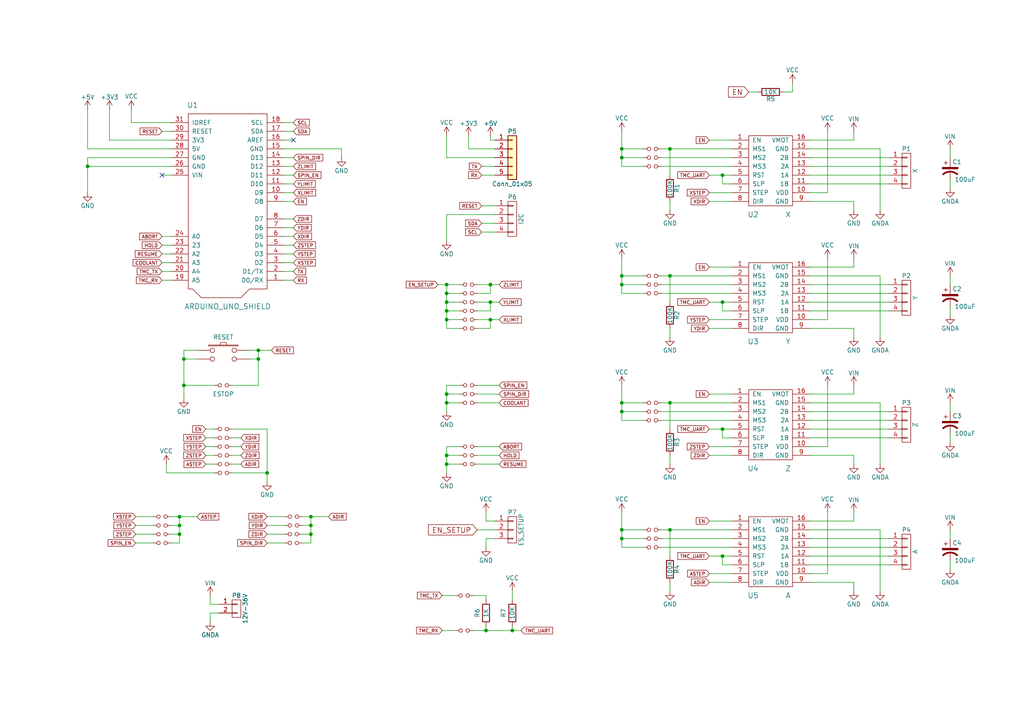
<source format=kicad_sch>
(kicad_sch (version 20211123) (generator eeschema)
  (paper "A4")
  (junction (at 129.54 85.09))
  (junction (at 52.07 152.4))
  (junction (at 180.34 80.01))
  (junction (at 90.17 154.94))
  (junction (at 142.24 87.63))
  (junction (at 129.54 92.71))
  (junction (at 129.54 82.55))
  (junction (at 180.34 116.84))
  (junction (at 53.34 104.14))
  (junction (at 129.54 114.3))
  (junction (at 142.24 82.55))
  (junction (at 209.55 124.46))
  (junction (at 194.31 43.18))
  (junction (at 180.34 82.55))
  (junction (at 209.55 50.8))
  (junction (at 129.54 132.08))
  (junction (at 142.24 92.71))
  (junction (at 180.34 156.21))
  (junction (at 52.07 154.94))
  (junction (at 129.54 134.62))
  (junction (at 52.07 149.86))
  (junction (at 77.47 137.16))
  (junction (at 140.97 182.88))
  (junction (at 194.31 116.84))
  (junction (at 74.93 104.14))
  (junction (at 194.31 80.01))
  (junction (at 148.59 182.88))
  (junction (at 180.34 45.72))
  (junction (at 129.54 116.84))
  (junction (at 209.55 87.63))
  (junction (at 194.31 153.67))
  (junction (at 129.54 90.17))
  (junction (at 74.93 101.6))
  (junction (at 180.34 43.18))
  (junction (at 53.34 111.76))
  (junction (at 90.17 149.86))
  (junction (at 25.4 48.26))
  (junction (at 180.34 119.38))
  (junction (at 209.55 161.29))
  (junction (at 129.54 87.63))
  (junction (at 180.34 153.67))
  (junction (at 90.17 152.4))
  (no_connect (at 46.99 50.8))
  (no_connect (at 85.09 40.64))
  (wire (pts (xy 186.69 116.84) (xy 180.34 116.84)))
  (wire (pts (xy 205.74 95.25) (xy 212.09 95.25)))
  (wire (pts (xy 240.03 129.54) (xy 234.95 129.54)))
  (wire (pts (xy 59.69 124.46) (xy 62.23 124.46)))
  (wire (pts (xy 255.27 80.01) (xy 255.27 97.79)))
  (wire (pts (xy 180.34 45.72) (xy 186.69 45.72)))
  (wire (pts (xy 82.55 63.5) (xy 85.09 63.5)))
  (wire (pts (xy 247.65 132.08) (xy 247.65 134.62)))
  (wire (pts (xy 275.59 91.44) (xy 275.59 88.9)))
  (wire (pts (xy 148.59 173.99) (xy 148.59 171.45)))
  (wire (pts (xy 205.74 55.88) (xy 212.09 55.88)))
  (wire (pts (xy 148.59 181.61) (xy 148.59 182.88)))
  (wire (pts (xy 138.43 114.3) (xy 144.78 114.3)))
  (wire (pts (xy 82.55 154.94) (xy 77.47 154.94)))
  (wire (pts (xy 180.34 38.1) (xy 180.34 43.18)))
  (wire (pts (xy 234.95 82.55) (xy 257.81 82.55)))
  (wire (pts (xy 87.63 154.94) (xy 90.17 154.94)))
  (wire (pts (xy 82.55 38.1) (xy 85.09 38.1)))
  (wire (pts (xy 275.59 119.38) (xy 275.59 116.84)))
  (wire (pts (xy 212.09 127) (xy 209.55 127)))
  (wire (pts (xy 46.99 71.12) (xy 49.53 71.12)))
  (wire (pts (xy 234.95 166.37) (xy 240.03 166.37)))
  (wire (pts (xy 240.03 166.37) (xy 240.03 148.59)))
  (wire (pts (xy 129.54 82.55) (xy 133.35 82.55)))
  (wire (pts (xy 53.34 111.76) (xy 53.34 115.57)))
  (wire (pts (xy 25.4 55.88) (xy 25.4 48.26)))
  (wire (pts (xy 194.31 97.79) (xy 194.31 95.25)))
  (wire (pts (xy 247.65 77.47) (xy 234.95 77.47)))
  (wire (pts (xy 194.31 161.29) (xy 194.31 153.67)))
  (wire (pts (xy 31.75 40.64) (xy 49.53 40.64)))
  (wire (pts (xy 74.93 104.14) (xy 74.93 111.76)))
  (wire (pts (xy 129.54 114.3) (xy 129.54 116.84)))
  (wire (pts (xy 129.54 62.23) (xy 129.54 69.85)))
  (wire (pts (xy 25.4 48.26) (xy 49.53 48.26)))
  (wire (pts (xy 138.43 129.54) (xy 144.78 129.54)))
  (wire (pts (xy 275.59 52.07) (xy 275.59 54.61)))
  (wire (pts (xy 234.95 85.09) (xy 257.81 85.09)))
  (wire (pts (xy 229.87 26.67) (xy 229.87 24.13)))
  (wire (pts (xy 180.34 153.67) (xy 180.34 156.21)))
  (wire (pts (xy 82.55 81.28) (xy 85.09 81.28)))
  (wire (pts (xy 133.35 114.3) (xy 129.54 114.3)))
  (wire (pts (xy 247.65 95.25) (xy 247.65 97.79)))
  (wire (pts (xy 133.35 132.08) (xy 129.54 132.08)))
  (wire (pts (xy 180.34 111.76) (xy 180.34 116.84)))
  (wire (pts (xy 234.95 127) (xy 257.81 127)))
  (wire (pts (xy 25.4 31.75) (xy 25.4 43.18)))
  (wire (pts (xy 234.95 168.91) (xy 247.65 168.91)))
  (wire (pts (xy 82.55 73.66) (xy 85.09 73.66)))
  (wire (pts (xy 85.09 40.64) (xy 82.55 40.64)))
  (wire (pts (xy 212.09 48.26) (xy 191.77 48.26)))
  (wire (pts (xy 53.34 104.14) (xy 53.34 111.76)))
  (wire (pts (xy 139.7 64.77) (xy 143.51 64.77)))
  (wire (pts (xy 25.4 45.72) (xy 25.4 48.26)))
  (wire (pts (xy 140.97 151.13) (xy 143.51 151.13)))
  (wire (pts (xy 87.63 149.86) (xy 90.17 149.86)))
  (wire (pts (xy 129.54 129.54) (xy 129.54 132.08)))
  (wire (pts (xy 180.34 43.18) (xy 180.34 45.72)))
  (wire (pts (xy 52.07 149.86) (xy 52.07 152.4)))
  (wire (pts (xy 72.39 101.6) (xy 74.93 101.6)))
  (wire (pts (xy 44.45 154.94) (xy 39.37 154.94)))
  (wire (pts (xy 180.34 48.26) (xy 186.69 48.26)))
  (wire (pts (xy 247.65 58.42) (xy 247.65 60.96)))
  (wire (pts (xy 46.99 76.2) (xy 49.53 76.2)))
  (wire (pts (xy 138.43 111.76) (xy 144.78 111.76)))
  (wire (pts (xy 234.95 55.88) (xy 240.03 55.88)))
  (wire (pts (xy 212.09 90.17) (xy 209.55 90.17)))
  (wire (pts (xy 129.54 92.71) (xy 129.54 95.25)))
  (wire (pts (xy 234.95 80.01) (xy 255.27 80.01)))
  (wire (pts (xy 194.31 43.18) (xy 212.09 43.18)))
  (wire (pts (xy 138.43 87.63) (xy 142.24 87.63)))
  (wire (pts (xy 180.34 153.67) (xy 186.69 153.67)))
  (wire (pts (xy 234.95 132.08) (xy 247.65 132.08)))
  (wire (pts (xy 180.34 45.72) (xy 180.34 48.26)))
  (wire (pts (xy 137.16 172.72) (xy 140.97 172.72)))
  (wire (pts (xy 180.34 116.84) (xy 180.34 119.38)))
  (wire (pts (xy 140.97 156.21) (xy 140.97 158.75)))
  (wire (pts (xy 275.59 156.21) (xy 275.59 153.67)))
  (wire (pts (xy 82.55 71.12) (xy 85.09 71.12)))
  (wire (pts (xy 77.47 124.46) (xy 77.47 137.16)))
  (wire (pts (xy 247.65 168.91) (xy 247.65 171.45)))
  (wire (pts (xy 87.63 152.4) (xy 90.17 152.4)))
  (wire (pts (xy 194.31 124.46) (xy 194.31 116.84)))
  (wire (pts (xy 194.31 134.62) (xy 194.31 132.08)))
  (wire (pts (xy 63.5 175.26) (xy 60.96 175.26)))
  (wire (pts (xy 234.95 87.63) (xy 257.81 87.63)))
  (wire (pts (xy 142.24 39.37) (xy 142.24 40.64)))
  (wire (pts (xy 38.1 35.56) (xy 49.53 35.56)))
  (wire (pts (xy 138.43 95.25) (xy 142.24 95.25)))
  (wire (pts (xy 191.77 121.92) (xy 212.09 121.92)))
  (wire (pts (xy 212.09 158.75) (xy 191.77 158.75)))
  (wire (pts (xy 205.74 87.63) (xy 209.55 87.63)))
  (wire (pts (xy 142.24 90.17) (xy 142.24 87.63)))
  (wire (pts (xy 234.95 95.25) (xy 247.65 95.25)))
  (wire (pts (xy 82.55 58.42) (xy 85.09 58.42)))
  (wire (pts (xy 255.27 116.84) (xy 255.27 134.62)))
  (wire (pts (xy 143.51 62.23) (xy 129.54 62.23)))
  (wire (pts (xy 128.27 172.72) (xy 132.08 172.72)))
  (wire (pts (xy 82.55 50.8) (xy 85.09 50.8)))
  (wire (pts (xy 62.23 111.76) (xy 53.34 111.76)))
  (wire (pts (xy 247.65 151.13) (xy 234.95 151.13)))
  (wire (pts (xy 180.34 121.92) (xy 186.69 121.92)))
  (wire (pts (xy 191.77 80.01) (xy 194.31 80.01)))
  (wire (pts (xy 59.69 129.54) (xy 62.23 129.54)))
  (wire (pts (xy 52.07 154.94) (xy 52.07 157.48)))
  (wire (pts (xy 46.99 68.58) (xy 49.53 68.58)))
  (wire (pts (xy 82.55 45.72) (xy 85.09 45.72)))
  (wire (pts (xy 191.77 85.09) (xy 212.09 85.09)))
  (wire (pts (xy 212.09 163.83) (xy 209.55 163.83)))
  (wire (pts (xy 74.93 111.76) (xy 67.31 111.76)))
  (wire (pts (xy 194.31 58.42) (xy 194.31 60.96)))
  (wire (pts (xy 209.55 50.8) (xy 209.55 53.34)))
  (wire (pts (xy 44.45 149.86) (xy 39.37 149.86)))
  (wire (pts (xy 205.74 77.47) (xy 212.09 77.47)))
  (wire (pts (xy 49.53 149.86) (xy 52.07 149.86)))
  (wire (pts (xy 205.74 40.64) (xy 212.09 40.64)))
  (wire (pts (xy 127 82.55) (xy 129.54 82.55)))
  (wire (pts (xy 25.4 43.18) (xy 49.53 43.18)))
  (wire (pts (xy 205.74 124.46) (xy 209.55 124.46)))
  (wire (pts (xy 234.95 121.92) (xy 257.81 121.92)))
  (wire (pts (xy 82.55 149.86) (xy 77.47 149.86)))
  (wire (pts (xy 59.69 127) (xy 62.23 127)))
  (wire (pts (xy 129.54 90.17) (xy 129.54 92.71)))
  (wire (pts (xy 234.95 114.3) (xy 247.65 114.3)))
  (wire (pts (xy 143.51 50.8) (xy 139.7 50.8)))
  (wire (pts (xy 90.17 149.86) (xy 90.17 152.4)))
  (wire (pts (xy 180.34 119.38) (xy 180.34 121.92)))
  (wire (pts (xy 143.51 45.72) (xy 129.54 45.72)))
  (wire (pts (xy 82.55 48.26) (xy 85.09 48.26)))
  (wire (pts (xy 205.74 161.29) (xy 209.55 161.29)))
  (wire (pts (xy 138.43 134.62) (xy 144.78 134.62)))
  (wire (pts (xy 46.99 81.28) (xy 49.53 81.28)))
  (wire (pts (xy 234.95 48.26) (xy 257.81 48.26)))
  (wire (pts (xy 77.47 124.46) (xy 67.31 124.46)))
  (wire (pts (xy 140.97 182.88) (xy 148.59 182.88)))
  (wire (pts (xy 142.24 95.25) (xy 142.24 92.71)))
  (wire (pts (xy 77.47 157.48) (xy 82.55 157.48)))
  (wire (pts (xy 194.31 153.67) (xy 212.09 153.67)))
  (wire (pts (xy 217.17 26.67) (xy 219.71 26.67)))
  (wire (pts (xy 240.03 55.88) (xy 240.03 38.1)))
  (wire (pts (xy 148.59 182.88) (xy 151.13 182.88)))
  (wire (pts (xy 82.55 53.34) (xy 85.09 53.34)))
  (wire (pts (xy 137.16 182.88) (xy 140.97 182.88)))
  (wire (pts (xy 46.99 38.1) (xy 49.53 38.1)))
  (wire (pts (xy 139.7 59.69) (xy 143.51 59.69)))
  (wire (pts (xy 60.96 175.26) (xy 60.96 172.72)))
  (wire (pts (xy 129.54 111.76) (xy 129.54 114.3)))
  (wire (pts (xy 234.95 40.64) (xy 247.65 40.64)))
  (wire (pts (xy 129.54 134.62) (xy 129.54 137.16)))
  (wire (pts (xy 72.39 104.14) (xy 74.93 104.14)))
  (wire (pts (xy 234.95 161.29) (xy 257.81 161.29)))
  (wire (pts (xy 67.31 132.08) (xy 69.85 132.08)))
  (wire (pts (xy 52.07 152.4) (xy 52.07 154.94)))
  (wire (pts (xy 67.31 134.62) (xy 69.85 134.62)))
  (wire (pts (xy 82.55 55.88) (xy 85.09 55.88)))
  (wire (pts (xy 140.97 148.59) (xy 140.97 151.13)))
  (wire (pts (xy 240.03 92.71) (xy 234.95 92.71)))
  (wire (pts (xy 247.65 114.3) (xy 247.65 111.76)))
  (wire (pts (xy 82.55 68.58) (xy 85.09 68.58)))
  (wire (pts (xy 49.53 152.4) (xy 52.07 152.4)))
  (wire (pts (xy 247.65 74.93) (xy 247.65 77.47)))
  (wire (pts (xy 180.34 156.21) (xy 186.69 156.21)))
  (wire (pts (xy 191.77 119.38) (xy 212.09 119.38)))
  (wire (pts (xy 138.43 90.17) (xy 142.24 90.17)))
  (wire (pts (xy 46.99 50.8) (xy 49.53 50.8)))
  (wire (pts (xy 82.55 43.18) (xy 99.06 43.18)))
  (wire (pts (xy 143.51 40.64) (xy 142.24 40.64)))
  (wire (pts (xy 90.17 152.4) (xy 90.17 154.94)))
  (wire (pts (xy 74.93 101.6) (xy 74.93 104.14)))
  (wire (pts (xy 57.15 104.14) (xy 53.34 104.14)))
  (wire (pts (xy 209.55 163.83) (xy 209.55 161.29)))
  (wire (pts (xy 138.43 92.71) (xy 142.24 92.71)))
  (wire (pts (xy 205.74 132.08) (xy 212.09 132.08)))
  (wire (pts (xy 135.89 43.18) (xy 143.51 43.18)))
  (wire (pts (xy 209.55 127) (xy 209.55 124.46)))
  (wire (pts (xy 129.54 45.72) (xy 129.54 39.37)))
  (wire (pts (xy 205.74 58.42) (xy 212.09 58.42)))
  (wire (pts (xy 133.35 116.84) (xy 129.54 116.84)))
  (wire (pts (xy 180.34 156.21) (xy 180.34 158.75)))
  (wire (pts (xy 212.09 156.21) (xy 191.77 156.21)))
  (wire (pts (xy 205.74 50.8) (xy 209.55 50.8)))
  (wire (pts (xy 180.34 82.55) (xy 186.69 82.55)))
  (wire (pts (xy 138.43 82.55) (xy 142.24 82.55)))
  (wire (pts (xy 99.06 43.18) (xy 99.06 45.72)))
  (wire (pts (xy 234.95 124.46) (xy 257.81 124.46)))
  (wire (pts (xy 140.97 181.61) (xy 140.97 182.88)))
  (wire (pts (xy 180.34 148.59) (xy 180.34 153.67)))
  (wire (pts (xy 194.31 116.84) (xy 212.09 116.84)))
  (wire (pts (xy 138.43 132.08) (xy 144.78 132.08)))
  (wire (pts (xy 49.53 154.94) (xy 52.07 154.94)))
  (wire (pts (xy 82.55 76.2) (xy 85.09 76.2)))
  (wire (pts (xy 247.65 40.64) (xy 247.65 38.1)))
  (wire (pts (xy 82.55 152.4) (xy 77.47 152.4)))
  (wire (pts (xy 90.17 149.86) (xy 95.25 149.86)))
  (wire (pts (xy 46.99 78.74) (xy 49.53 78.74)))
  (wire (pts (xy 133.35 85.09) (xy 129.54 85.09)))
  (wire (pts (xy 129.54 132.08) (xy 129.54 134.62)))
  (wire (pts (xy 63.5 177.8) (xy 60.96 177.8)))
  (wire (pts (xy 191.77 116.84) (xy 194.31 116.84)))
  (wire (pts (xy 60.96 177.8) (xy 60.96 180.34)))
  (wire (pts (xy 212.09 45.72) (xy 191.77 45.72)))
  (wire (pts (xy 133.35 134.62) (xy 129.54 134.62)))
  (wire (pts (xy 205.74 168.91) (xy 212.09 168.91)))
  (wire (pts (xy 90.17 157.48) (xy 87.63 157.48)))
  (wire (pts (xy 186.69 80.01) (xy 180.34 80.01)))
  (wire (pts (xy 209.55 124.46) (xy 212.09 124.46)))
  (wire (pts (xy 275.59 82.55) (xy 275.59 80.01)))
  (wire (pts (xy 129.54 95.25) (xy 133.35 95.25)))
  (wire (pts (xy 234.95 90.17) (xy 257.81 90.17)))
  (wire (pts (xy 180.34 119.38) (xy 186.69 119.38)))
  (wire (pts (xy 82.55 35.56) (xy 85.09 35.56)))
  (wire (pts (xy 82.55 66.04) (xy 85.09 66.04)))
  (wire (pts (xy 180.34 80.01) (xy 180.34 82.55)))
  (wire (pts (xy 67.31 127) (xy 69.85 127)))
  (wire (pts (xy 129.54 129.54) (xy 133.35 129.54)))
  (wire (pts (xy 234.95 58.42) (xy 247.65 58.42)))
  (wire (pts (xy 240.03 111.76) (xy 240.03 129.54)))
  (wire (pts (xy 194.31 80.01) (xy 212.09 80.01)))
  (wire (pts (xy 133.35 87.63) (xy 129.54 87.63)))
  (wire (pts (xy 209.55 90.17) (xy 209.55 87.63)))
  (wire (pts (xy 205.74 166.37) (xy 212.09 166.37)))
  (wire (pts (xy 31.75 31.75) (xy 31.75 40.64)))
  (wire (pts (xy 275.59 45.72) (xy 275.59 43.18)))
  (wire (pts (xy 138.43 153.67) (xy 143.51 153.67)))
  (wire (pts (xy 191.77 43.18) (xy 194.31 43.18)))
  (wire (pts (xy 138.43 85.09) (xy 142.24 85.09)))
  (wire (pts (xy 234.95 116.84) (xy 255.27 116.84)))
  (wire (pts (xy 205.74 129.54) (xy 212.09 129.54)))
  (wire (pts (xy 138.43 116.84) (xy 144.78 116.84)))
  (wire (pts (xy 142.24 82.55) (xy 144.78 82.55)))
  (wire (pts (xy 234.95 119.38) (xy 257.81 119.38)))
  (wire (pts (xy 44.45 152.4) (xy 39.37 152.4)))
  (wire (pts (xy 52.07 157.48) (xy 49.53 157.48)))
  (wire (pts (xy 205.74 114.3) (xy 212.09 114.3)))
  (wire (pts (xy 129.54 82.55) (xy 129.54 85.09)))
  (wire (pts (xy 67.31 137.16) (xy 77.47 137.16)))
  (wire (pts (xy 209.55 161.29) (xy 212.09 161.29)))
  (wire (pts (xy 255.27 153.67) (xy 255.27 171.45)))
  (wire (pts (xy 128.27 182.88) (xy 132.08 182.88)))
  (wire (pts (xy 135.89 43.18) (xy 135.89 39.37)))
  (wire (pts (xy 59.69 134.62) (xy 62.23 134.62)))
  (wire (pts (xy 129.54 116.84) (xy 129.54 119.38)))
  (wire (pts (xy 142.24 87.63) (xy 144.78 87.63)))
  (wire (pts (xy 234.95 158.75) (xy 257.81 158.75)))
  (wire (pts (xy 234.95 53.34) (xy 257.81 53.34)))
  (wire (pts (xy 275.59 128.27) (xy 275.59 125.73)))
  (wire (pts (xy 82.55 78.74) (xy 85.09 78.74)))
  (wire (pts (xy 240.03 74.93) (xy 240.03 92.71)))
  (wire (pts (xy 255.27 153.67) (xy 234.95 153.67)))
  (wire (pts (xy 194.31 87.63) (xy 194.31 80.01)))
  (wire (pts (xy 142.24 92.71) (xy 144.78 92.71)))
  (wire (pts (xy 142.24 85.09) (xy 142.24 82.55)))
  (wire (pts (xy 143.51 156.21) (xy 140.97 156.21)))
  (wire (pts (xy 180.34 82.55) (xy 180.34 85.09)))
  (wire (pts (xy 59.69 132.08) (xy 62.23 132.08)))
  (wire (pts (xy 257.81 45.72) (xy 234.95 45.72)))
  (wire (pts (xy 275.59 165.1) (xy 275.59 162.56)))
  (wire (pts (xy 234.95 163.83) (xy 257.81 163.83)))
  (wire (pts (xy 186.69 43.18) (xy 180.34 43.18)))
  (wire (pts (xy 143.51 48.26) (xy 139.7 48.26)))
  (wire (pts (xy 191.77 82.55) (xy 212.09 82.55)))
  (wire (pts (xy 129.54 111.76) (xy 133.35 111.76)))
  (wire (pts (xy 129.54 87.63) (xy 129.54 90.17)))
  (wire (pts (xy 234.95 50.8) (xy 257.81 50.8)))
  (wire (pts (xy 180.34 74.93) (xy 180.34 80.01)))
  (wire (pts (xy 194.31 171.45) (xy 194.31 168.91)))
  (wire (pts (xy 247.65 148.59) (xy 247.65 151.13)))
  (wire (pts (xy 133.35 92.71) (xy 129.54 92.71)))
  (wire (pts (xy 48.26 137.16) (xy 48.26 134.62)))
  (wire (pts (xy 194.31 50.8) (xy 194.31 43.18)))
  (wire (pts (xy 255.27 43.18) (xy 255.27 60.96)))
  (wire (pts (xy 77.47 137.16) (xy 77.47 139.7)))
  (wire (pts (xy 140.97 172.72) (xy 140.97 173.99)))
  (wire (pts (xy 38.1 31.75) (xy 38.1 35.56)))
  (wire (pts (xy 53.34 101.6) (xy 53.34 104.14)))
  (wire (pts (xy 62.23 137.16) (xy 48.26 137.16)))
  (wire (pts (xy 90.17 154.94) (xy 90.17 157.48)))
  (wire (pts (xy 46.99 73.66) (xy 49.53 73.66)))
  (wire (pts (xy 129.54 85.09) (xy 129.54 87.63)))
  (wire (pts (xy 44.45 157.48) (xy 39.37 157.48)))
  (wire (pts (xy 227.33 26.67) (xy 229.87 26.67)))
  (wire (pts (xy 67.31 129.54) (xy 69.85 129.54)))
  (wire (pts (xy 52.07 149.86) (xy 57.15 149.86)))
  (wire (pts (xy 209.55 53.34) (xy 212.09 53.34)))
  (wire (pts (xy 133.35 90.17) (xy 129.54 90.17)))
  (wire (pts (xy 212.09 50.8) (xy 209.55 50.8)))
  (wire (pts (xy 49.53 45.72) (xy 25.4 45.72)))
  (wire (pts (xy 139.7 67.31) (xy 143.51 67.31)))
  (wire (pts (xy 234.95 43.18) (xy 255.27 43.18)))
  (wire (pts (xy 209.55 87.63) (xy 212.09 87.63)))
  (wire (pts (xy 191.77 153.67) (xy 194.31 153.67)))
  (wire (pts (xy 205.74 151.13) (xy 212.09 151.13)))
  (wire (pts (xy 205.74 92.71) (xy 212.09 92.71)))
  (wire (pts (xy 180.34 85.09) (xy 186.69 85.09)))
  (wire (pts (xy 74.93 101.6) (xy 78.74 101.6)))
  (wire (pts (xy 57.15 101.6) (xy 53.34 101.6)))
  (wire (pts (xy 180.34 158.75) (xy 186.69 158.75)))
  (wire (pts (xy 234.95 156.21) (xy 257.81 156.21)))
  (global_label "HOLD" (shape input) (at 46.99 71.12 180) (effects (font (size 0.9906 0.9906))) (property "Intersheet References" "${INTERSHEET_REFS}" (effects hide)))
  (global_label "ASTEP" (shape input) (at 59.69 134.62 180) (effects (font (size 0.9906 0.9906))) (property "Intersheet References" "${INTERSHEET_REFS}" (effects hide)))
  (global_label "RX" (shape input) (at 139.7 50.8 180) (effects (font (size 0.9906 0.9906))) (property "Intersheet References" "${INTERSHEET_REFS}" (effects hide)))
  (global_label "YSTEP" (shape input) (at 205.74 92.71 180) (effects (font (size 0.9906 0.9906))) (property "Intersheet References" "${INTERSHEET_REFS}" (effects hide)))
  (global_label "ASTEP" (shape input) (at 57.15 149.86 0) (effects (font (size 0.9906 0.9906))) (property "Intersheet References" "${INTERSHEET_REFS}" (effects hide)))
  (global_label "TMC_UART" (shape input) (at 205.74 50.8 180) (effects (font (size 0.9906 0.9906))) (property "Intersheet References" "${INTERSHEET_REFS}" (effects hide)))
  (global_label "SPIN_DIR" (shape input) (at 85.09 45.72 0) (effects (font (size 0.9906 0.9906))) (property "Intersheet References" "${INTERSHEET_REFS}" (effects hide)))
  (global_label "TMC_RX" (shape input) (at 46.99 81.28 180) (effects (font (size 0.9906 0.9906))) (property "Intersheet References" "${INTERSHEET_REFS}" (effects hide)))
  (global_label "RX" (shape input) (at 85.09 81.28 0) (effects (font (size 0.9906 0.9906))) (property "Intersheet References" "${INTERSHEET_REFS}" (effects hide)))
  (global_label "XSTEP" (shape input) (at 59.69 127 180) (effects (font (size 0.9906 0.9906))) (property "Intersheet References" "${INTERSHEET_REFS}" (effects hide)))
  (global_label "ABORT" (shape input) (at 46.99 68.58 180) (effects (font (size 0.9906 0.9906))) (property "Intersheet References" "${INTERSHEET_REFS}" (effects hide)))
  (global_label "RESET" (shape input) (at 78.74 101.6 0) (effects (font (size 0.9906 0.9906))) (property "Intersheet References" "${INTERSHEET_REFS}" (effects hide)))
  (global_label "ZSTEP" (shape input) (at 205.74 129.54 180) (effects (font (size 0.9906 0.9906))) (property "Intersheet References" "${INTERSHEET_REFS}" (effects hide)))
  (global_label "COOLANT" (shape input) (at 46.99 76.2 180) (effects (font (size 0.9906 0.9906))) (property "Intersheet References" "${INTERSHEET_REFS}" (effects hide)))
  (global_label "SPIN_EN" (shape input) (at 144.78 111.76 0) (effects (font (size 0.9906 0.9906))) (property "Intersheet References" "${INTERSHEET_REFS}" (effects hide)))
  (global_label "ZLIMIT" (shape input) (at 85.09 48.26 0) (effects (font (size 0.9906 0.9906))) (property "Intersheet References" "${INTERSHEET_REFS}" (effects hide)))
  (global_label "XSTEP" (shape input) (at 205.74 55.88 180) (effects (font (size 0.9906 0.9906))) (property "Intersheet References" "${INTERSHEET_REFS}" (effects hide)))
  (global_label "ADIR" (shape input) (at 95.25 149.86 0) (effects (font (size 0.9906 0.9906))) (property "Intersheet References" "${INTERSHEET_REFS}" (effects hide)))
  (global_label "XLIMIT" (shape input) (at 144.78 92.71 0) (effects (font (size 0.9906 0.9906))) (property "Intersheet References" "${INTERSHEET_REFS}" (effects hide)))
  (global_label "ZDIR" (shape input) (at 205.74 132.08 180) (effects (font (size 0.9906 0.9906))) (property "Intersheet References" "${INTERSHEET_REFS}" (effects hide)))
  (global_label "SPIN_DIR" (shape input) (at 77.47 157.48 180) (effects (font (size 0.9906 0.9906))) (property "Intersheet References" "${INTERSHEET_REFS}" (effects hide)))
  (global_label "XDIR" (shape input) (at 77.47 149.86 180) (effects (font (size 0.9906 0.9906))) (property "Intersheet References" "${INTERSHEET_REFS}" (effects hide)))
  (global_label "RESET" (shape input) (at 139.7 59.69 180) (effects (font (size 0.9906 0.9906))) (property "Intersheet References" "${INTERSHEET_REFS}" (effects hide)))
  (global_label "TX" (shape input) (at 85.09 78.74 0) (effects (font (size 0.9906 0.9906))) (property "Intersheet References" "${INTERSHEET_REFS}" (effects hide)))
  (global_label "ADIR" (shape input) (at 69.85 134.62 0) (effects (font (size 0.9906 0.9906))) (property "Intersheet References" "${INTERSHEET_REFS}" (effects hide)))
  (global_label "EN_SETUP" (shape input) (at 138.43 153.67 180) (effects (font (size 1.524 1.524))) (property "Intersheet References" "${INTERSHEET_REFS}" (effects hide)))
  (global_label "TMC_TX" (shape input) (at 46.99 78.74 180) (effects (font (size 0.9906 0.9906))) (property "Intersheet References" "${INTERSHEET_REFS}" (effects hide)))
  (global_label "SPIN_EN" (shape input) (at 85.09 50.8 0) (effects (font (size 0.9906 0.9906))) (property "Intersheet References" "${INTERSHEET_REFS}" (effects hide)))
  (global_label "ZDIR" (shape input) (at 85.09 63.5 0) (effects (font (size 0.9906 0.9906))) (property "Intersheet References" "${INTERSHEET_REFS}" (effects hide)))
  (global_label "ZDIR" (shape input) (at 69.85 132.08 0) (effects (font (size 0.9906 0.9906))) (property "Intersheet References" "${INTERSHEET_REFS}" (effects hide)))
  (global_label "EN" (shape input) (at 205.74 40.64 180) (effects (font (size 0.9906 0.9906))) (property "Intersheet References" "${INTERSHEET_REFS}" (effects hide)))
  (global_label "SDA" (shape input) (at 85.09 38.1 0) (effects (font (size 0.9906 0.9906))) (property "Intersheet References" "${INTERSHEET_REFS}" (effects hide)))
  (global_label "TX" (shape input) (at 139.7 48.26 180) (effects (font (size 0.9906 0.9906))) (property "Intersheet References" "${INTERSHEET_REFS}" (effects hide)))
  (global_label "XDIR" (shape input) (at 85.09 68.58 0) (effects (font (size 0.9906 0.9906))) (property "Intersheet References" "${INTERSHEET_REFS}" (effects hide)))
  (global_label "COOLANT" (shape input) (at 144.78 116.84 0) (effects (font (size 0.9906 0.9906))) (property "Intersheet References" "${INTERSHEET_REFS}" (effects hide)))
  (global_label "ZSTEP" (shape input) (at 59.69 132.08 180) (effects (font (size 0.9906 0.9906))) (property "Intersheet References" "${INTERSHEET_REFS}" (effects hide)))
  (global_label "ABORT" (shape input) (at 144.78 129.54 0) (effects (font (size 0.9906 0.9906))) (property "Intersheet References" "${INTERSHEET_REFS}" (effects hide)))
  (global_label "SPIN_DIR" (shape input) (at 144.78 114.3 0) (effects (font (size 0.9906 0.9906))) (property "Intersheet References" "${INTERSHEET_REFS}" (effects hide)))
  (global_label "EN" (shape input) (at 205.74 77.47 180) (effects (font (size 0.9906 0.9906))) (property "Intersheet References" "${INTERSHEET_REFS}" (effects hide)))
  (global_label "ZDIR" (shape input) (at 77.47 154.94 180) (effects (font (size 0.9906 0.9906))) (property "Intersheet References" "${INTERSHEET_REFS}" (effects hide)))
  (global_label "RESUME" (shape input) (at 46.99 73.66 180) (effects (font (size 0.9906 0.9906))) (property "Intersheet References" "${INTERSHEET_REFS}" (effects hide)))
  (global_label "ADIR" (shape input) (at 205.74 168.91 180) (effects (font (size 0.9906 0.9906))) (property "Intersheet References" "${INTERSHEET_REFS}" (effects hide)))
  (global_label "RESUME" (shape input) (at 144.78 134.62 0) (effects (font (size 0.9906 0.9906))) (property "Intersheet References" "${INTERSHEET_REFS}" (effects hide)))
  (global_label "HOLD" (shape input) (at 144.78 132.08 0) (effects (font (size 0.9906 0.9906))) (property "Intersheet References" "${INTERSHEET_REFS}" (effects hide)))
  (global_label "ZSTEP" (shape input) (at 39.37 154.94 180) (effects (font (size 0.9906 0.9906))) (property "Intersheet References" "${INTERSHEET_REFS}" (effects hide)))
  (global_label "RESET" (shape input) (at 46.99 38.1 180) (effects (font (size 0.9906 0.9906))) (property "Intersheet References" "${INTERSHEET_REFS}" (effects hide)))
  (global_label "XSTEP" (shape input) (at 39.37 149.86 180) (effects (font (size 0.9906 0.9906))) (property "Intersheet References" "${INTERSHEET_REFS}" (effects hide)))
  (global_label "TMC_UART" (shape input) (at 205.74 161.29 180) (effects (font (size 0.9906 0.9906))) (property "Intersheet References" "${INTERSHEET_REFS}" (effects hide)))
  (global_label "SDA" (shape input) (at 139.7 64.77 180) (effects (font (size 0.9906 0.9906))) (property "Intersheet References" "${INTERSHEET_REFS}" (effects hide)))
  (global_label "XDIR" (shape input) (at 69.85 127 0) (effects (font (size 0.9906 0.9906))) (property "Intersheet References" "${INTERSHEET_REFS}" (effects hide)))
  (global_label "YSTEP" (shape input) (at 85.09 73.66 0) (effects (font (size 0.9906 0.9906))) (property "Intersheet References" "${INTERSHEET_REFS}" (effects hide)))
  (global_label "EN_SETUP" (shape input) (at 127 82.55 180) (effects (font (size 0.9906 0.9906))) (property "Intersheet References" "${INTERSHEET_REFS}" (effects hide)))
  (global_label "YSTEP" (shape input) (at 59.69 129.54 180) (effects (font (size 0.9906 0.9906))) (property "Intersheet References" "${INTERSHEET_REFS}" (effects hide)))
  (global_label "EN" (shape input) (at 59.69 124.46 180) (effects (font (size 0.9906 0.9906))) (property "Intersheet References" "${INTERSHEET_REFS}" (effects hide)))
  (global_label "ASTEP" (shape input) (at 205.74 166.37 180) (effects (font (size 0.9906 0.9906))) (property "Intersheet References" "${INTERSHEET_REFS}" (effects hide)))
  (global_label "YDIR" (shape input) (at 85.09 66.04 0) (effects (font (size 0.9906 0.9906))) (property "Intersheet References" "${INTERSHEET_REFS}" (effects hide)))
  (global_label "TMC_UART" (shape input) (at 205.74 87.63 180) (effects (font (size 0.9906 0.9906))) (property "Intersheet References" "${INTERSHEET_REFS}" (effects hide)))
  (global_label "TMC_UART" (shape input) (at 151.13 182.88 0) (effects (font (size 0.9906 0.9906))) (property "Intersheet References" "${INTERSHEET_REFS}" (effects hide)))
  (global_label "XLIMIT" (shape input) (at 85.09 55.88 0) (effects (font (size 0.9906 0.9906))) (property "Intersheet References" "${INTERSHEET_REFS}" (effects hide)))
  (global_label "ZLIMIT" (shape input) (at 144.78 82.55 0) (effects (font (size 0.9906 0.9906))) (property "Intersheet References" "${INTERSHEET_REFS}" (effects hide)))
  (global_label "XDIR" (shape input) (at 205.74 58.42 180) (effects (font (size 0.9906 0.9906))) (property "Intersheet References" "${INTERSHEET_REFS}" (effects hide)))
  (global_label "SPIN_EN" (shape input) (at 39.37 157.48 180) (effects (font (size 0.9906 0.9906))) (property "Intersheet References" "${INTERSHEET_REFS}" (effects hide)))
  (global_label "YLIMIT" (shape input) (at 144.78 87.63 0) (effects (font (size 0.9906 0.9906))) (property "Intersheet References" "${INTERSHEET_REFS}" (effects hide)))
  (global_label "XSTEP" (shape input) (at 85.09 76.2 0) (effects (font (size 0.9906 0.9906))) (property "Intersheet References" "${INTERSHEET_REFS}" (effects hide)))
  (global_label "YDIR" (shape input) (at 77.47 152.4 180) (effects (font (size 0.9906 0.9906))) (property "Intersheet References" "${INTERSHEET_REFS}" (effects hide)))
  (global_label "YSTEP" (shape input) (at 39.37 152.4 180) (effects (font (size 0.9906 0.9906))) (property "Intersheet References" "${INTERSHEET_REFS}" (effects hide)))
  (global_label "TMC_RX" (shape input) (at 128.27 182.88 180) (effects (font (size 0.9906 0.9906))) (property "Intersheet References" "${INTERSHEET_REFS}" (effects hide)))
  (global_label "TMC_TX" (shape input) (at 128.27 172.72 180) (effects (font (size 0.9906 0.9906))) (property "Intersheet References" "${INTERSHEET_REFS}" (effects hide)))
  (global_label "TMC_UART" (shape input) (at 205.74 124.46 180) (effects (font (size 0.9906 0.9906))) (property "Intersheet References" "${INTERSHEET_REFS}" (effects hide)))
  (global_label "EN" (shape input) (at 85.09 58.42 0) (effects (font (size 0.9906 0.9906))) (property "Intersheet References" "${INTERSHEET_REFS}" (effects hide)))
  (global_label "YDIR" (shape input) (at 69.85 129.54 0) (effects (font (size 0.9906 0.9906))) (property "Intersheet References" "${INTERSHEET_REFS}" (effects hide)))
  (global_label "SCL" (shape input) (at 85.09 35.56 0) (effects (font (size 0.9906 0.9906))) (property "Intersheet References" "${INTERSHEET_REFS}" (effects hide)))
  (global_label "ZSTEP" (shape input) (at 85.09 71.12 0) (effects (font (size 0.9906 0.9906))) (property "Intersheet References" "${INTERSHEET_REFS}" (effects hide)))
  (global_label "EN" (shape input) (at 205.74 114.3 180) (effects (font (size 0.9906 0.9906))) (property "Intersheet References" "${INTERSHEET_REFS}" (effects hide)))
  (global_label "YLIMIT" (shape input) (at 85.09 53.34 0) (effects (font (size 0.9906 0.9906))) (property "Intersheet References" "${INTERSHEET_REFS}" (effects hide)))
  (global_label "EN" (shape input) (at 205.74 151.13 180) (effects (font (size 0.9906 0.9906))) (property "Intersheet References" "${INTERSHEET_REFS}" (effects hide)))
  (global_label "YDIR" (shape input) (at 205.74 95.25 180) (effects (font (size 0.9906 0.9906))) (property "Intersheet References" "${INTERSHEET_REFS}" (effects hide)))
  (global_label "SCL" (shape input) (at 139.7 67.31 180) (effects (font (size 0.9906 0.9906))) (property "Intersheet References" "${INTERSHEET_REFS}" (effects hide)))
  (global_label "EN" (shape input) (at 217.17 26.67 180) (effects (font (size 1.524 1.524))) (property "Intersheet References" "${INTERSHEET_REFS}" (effects hide)))
  (symbol (lib_id "sb-cnc-shield-rescue:ARDUINO_UNO_SHIELD") (at 66.04 60.96 0) (unit 1)
    (property "Reference" "U1" (at 55.88 30.48 0) (effects (font (size 1.524 1.524))))
    (property "Value" "ARDUINO_UNO_SHIELD" (at 66.04 88.9 0) (effects (font (size 1.524 1.524))))
    (property "Footprint" "sb-cnc-shield:ARDUINO_SHIELD" (effects hide))
  )
  (symbol (lib_id "sb-cnc-shield-rescue:POLOLU_STEPPER_DRIVER") (at 223.52 161.29 0) (unit 1)
    (property "Reference" "U5" (at 218.44 172.72 0) (effects (font (size 1.524 1.524))))
    (property "Value" "A" (at 228.6 172.72 0) (effects (font (size 1.524 1.524))))
    (property "Footprint" "footprints:POLOLU_STEPPER_DRIVER" (effects hide))
  )
  (symbol (lib_id "sb-cnc-shield-rescue:POLOLU_STEPPER_DRIVER") (at 223.52 87.63 0) (unit 1)
    (property "Reference" "U3" (at 218.44 99.06 0) (effects (font (size 1.524 1.524))))
    (property "Value" "Y" (at 228.6 99.06 0) (effects (font (size 1.524 1.524))))
    (property "Footprint" "footprints:POLOLU_STEPPER_DRIVER" (effects hide))
  )
  (symbol (lib_id "sb-cnc-shield-rescue:POLOLU_STEPPER_DRIVER") (at 223.52 50.8 0) (unit 1)
    (property "Reference" "U2" (at 218.44 62.23 0) (effects (font (size 1.524 1.524))))
    (property "Value" "X" (at 228.6 62.23 0) (effects (font (size 1.524 1.524))))
    (property "Footprint" "footprints:POLOLU_STEPPER_DRIVER" (effects hide))
  )
  (symbol (lib_id "sb-cnc-shield-rescue:POLOLU_STEPPER_DRIVER") (at 223.52 124.46 0) (unit 1)
    (property "Reference" "U4" (at 218.44 135.89 0) (effects (font (size 1.524 1.524))))
    (property "Value" "Z" (at 228.6 135.89 0) (effects (font (size 1.524 1.524))))
    (property "Footprint" "footprints:POLOLU_STEPPER_DRIVER" (effects hide))
  )
  (symbol (lib_id "sb-cnc-shield-rescue:CONN_01X04") (at 262.89 49.53 0) (unit 1)
    (property "Reference" "P1" (at 262.89 43.18 0))
    (property "Value" "X" (at 265.43 49.53 90))
    (property "Footprint" "Pin_Headers:Pin_Header_Straight_2x04" (effects hide))
  )
  (symbol (lib_id "sb-cnc-shield-rescue:CONN_01X04") (at 262.89 86.36 0) (unit 1)
    (property "Reference" "P2" (at 262.89 80.01 0))
    (property "Value" "Y" (at 265.43 86.36 90))
    (property "Footprint" "Pin_Headers:Pin_Header_Straight_2x04" (effects hide))
  )
  (symbol (lib_id "sb-cnc-shield-rescue:CONN_01X04") (at 262.89 123.19 0) (unit 1)
    (property "Reference" "P3" (at 262.89 116.84 0))
    (property "Value" "Z" (at 265.43 123.19 90))
    (property "Footprint" "Pin_Headers:Pin_Header_Straight_2x04" (effects hide))
  )
  (symbol (lib_id "sb-cnc-shield-rescue:CONN_01X04") (at 262.89 160.02 0) (unit 1)
    (property "Reference" "P4" (at 262.89 153.67 0))
    (property "Value" "A" (at 265.43 160.02 90))
    (property "Footprint" "Pin_Headers:Pin_Header_Straight_2x04" (effects hide))
  )
  (symbol (lib_id "power:GND") (at 247.65 60.96 0) (unit 1)
    (property "Reference" "#PWR01" (effects hide))
    (property "Value" "GND" (at 247.65 64.77 0))
  )
  (symbol (lib_id "power:VCC") (at 240.03 38.1 0) (unit 1)
    (property "Reference" "#PWR0103" (effects hide))
    (property "Value" "VCC" (at 240.03 34.29 0))
  )
  (symbol (lib_id "sb-cnc-shield-rescue:VIN") (at 247.65 38.1 0) (unit 1)
    (property "Reference" "#PWR03" (effects hide))
    (property "Value" "VIN" (at 247.65 34.544 0))
  )
  (symbol (lib_id "Device:Jumper_NO_Small") (at 189.23 43.18 0) (unit 1)
    (property "Reference" "JP1" (effects hide))
    (property "Value" "Jumper_NO_Small" (effects hide))
    (property "Footprint" "footprints:Pin_100mil_Header_Straight_1x02" (effects hide))
  )
  (symbol (lib_id "Device:Jumper_NO_Small") (at 189.23 45.72 0) (unit 1)
    (property "Reference" "JP2" (effects hide))
    (property "Value" "Jumper_NO_Small" (effects hide))
    (property "Footprint" "footprints:Pin_100mil_Header_Straight_1x02" (effects hide))
  )
  (symbol (lib_id "Device:Jumper_NO_Small") (at 189.23 48.26 0) (unit 1)
    (property "Reference" "JP3" (effects hide))
    (property "Value" "Jumper_NO_Small" (effects hide))
    (property "Footprint" "footprints:Pin_100mil_Header_Straight_1x02" (effects hide))
  )
  (symbol (lib_id "power:VCC") (at 180.34 38.1 0) (unit 1)
    (property "Reference" "#PWR0101" (effects hide))
    (property "Value" "VCC" (at 180.34 34.29 0))
  )
  (symbol (lib_id "Device:R") (at 194.31 54.61 0) (unit 1)
    (property "Reference" "R1" (at 196.342 54.61 90))
    (property "Value" "100K" (at 194.31 54.61 90))
    (property "Footprint" "Resistors_SMD:R_0805" (effects hide))
  )
  (symbol (lib_id "power:GND") (at 194.31 60.96 0) (unit 1)
    (property "Reference" "#PWR05" (effects hide))
    (property "Value" "GND" (at 194.31 64.77 0))
  )
  (symbol (lib_id "power:GND") (at 247.65 97.79 0) (unit 1)
    (property "Reference" "#PWR06" (effects hide))
    (property "Value" "GND" (at 247.65 101.6 0))
  )
  (symbol (lib_id "sb-cnc-shield-rescue:VIN") (at 247.65 74.93 0) (unit 1)
    (property "Reference" "#PWR07" (effects hide))
    (property "Value" "VIN" (at 247.65 71.374 0))
  )
  (symbol (lib_id "power:VCC") (at 240.03 74.93 0) (unit 1)
    (property "Reference" "#PWR0105" (effects hide))
    (property "Value" "VCC" (at 240.03 71.12 0))
  )
  (symbol (lib_id "power:VCC") (at 180.34 74.93 0) (unit 1)
    (property "Reference" "#PWR0102" (effects hide))
    (property "Value" "VCC" (at 180.34 71.12 0))
  )
  (symbol (lib_id "power:GND") (at 194.31 97.79 0) (unit 1)
    (property "Reference" "#PWR010" (effects hide))
    (property "Value" "GND" (at 194.31 101.6 0))
  )
  (symbol (lib_id "Device:R") (at 194.31 91.44 0) (unit 1)
    (property "Reference" "R2" (at 196.342 91.44 90))
    (property "Value" "100K" (at 194.31 91.44 90))
    (property "Footprint" "Resistors_SMD:R_0805" (effects hide))
  )
  (symbol (lib_id "Device:Jumper_NO_Small") (at 189.23 80.01 0) (unit 1)
    (property "Reference" "JP4" (effects hide))
    (property "Value" "Jumper_NO_Small" (effects hide))
    (property "Footprint" "footprints:Pin_100mil_Header_Straight_1x02" (effects hide))
  )
  (symbol (lib_id "Device:Jumper_NO_Small") (at 189.23 82.55 0) (unit 1)
    (property "Reference" "JP5" (effects hide))
    (property "Value" "Jumper_NO_Small" (effects hide))
    (property "Footprint" "footprints:Pin_100mil_Header_Straight_1x02" (effects hide))
  )
  (symbol (lib_id "Device:Jumper_NO_Small") (at 189.23 85.09 0) (unit 1)
    (property "Reference" "JP6" (effects hide))
    (property "Value" "Jumper_NO_Small" (effects hide))
    (property "Footprint" "footprints:Pin_100mil_Header_Straight_1x02" (effects hide))
  )
  (symbol (lib_id "power:GND") (at 247.65 134.62 0) (unit 1)
    (property "Reference" "#PWR011" (effects hide))
    (property "Value" "GND" (at 247.65 138.43 0))
  )
  (symbol (lib_id "power:GND") (at 194.31 134.62 0) (unit 1)
    (property "Reference" "#PWR012" (effects hide))
    (property "Value" "GND" (at 194.31 138.43 0))
  )
  (symbol (lib_id "sb-cnc-shield-rescue:VIN") (at 247.65 111.76 0) (unit 1)
    (property "Reference" "#PWR013" (effects hide))
    (property "Value" "VIN" (at 247.65 108.204 0))
  )
  (symbol (lib_id "power:VCC") (at 240.03 111.76 0) (unit 1)
    (property "Reference" "#PWR0110" (effects hide))
    (property "Value" "VCC" (at 240.03 107.95 0))
  )
  (symbol (lib_id "power:VCC") (at 180.34 111.76 0) (unit 1)
    (property "Reference" "#PWR0112" (effects hide))
    (property "Value" "VCC" (at 180.34 107.95 0))
  )
  (symbol (lib_id "power:VCC") (at 180.34 148.59 0) (unit 1)
    (property "Reference" "#PWR0111" (effects hide))
    (property "Value" "VCC" (at 180.34 144.78 0))
  )
  (symbol (lib_id "power:VCC") (at 240.03 148.59 0) (unit 1)
    (property "Reference" "#PWR0113" (effects hide))
    (property "Value" "VCC" (at 240.03 144.78 0))
  )
  (symbol (lib_id "sb-cnc-shield-rescue:VIN") (at 247.65 148.59 0) (unit 1)
    (property "Reference" "#PWR018" (effects hide))
    (property "Value" "VIN" (at 247.65 145.034 0))
  )
  (symbol (lib_id "power:GND") (at 247.65 171.45 0) (unit 1)
    (property "Reference" "#PWR019" (effects hide))
    (property "Value" "GND" (at 247.65 175.26 0))
  )
  (symbol (lib_id "power:GND") (at 194.31 171.45 0) (unit 1)
    (property "Reference" "#PWR020" (effects hide))
    (property "Value" "GND" (at 194.31 175.26 0))
  )
  (symbol (lib_id "Device:Jumper_NO_Small") (at 189.23 116.84 0) (unit 1)
    (property "Reference" "JP7" (effects hide))
    (property "Value" "Jumper_NO_Small" (effects hide))
    (property "Footprint" "footprints:Pin_100mil_Header_Straight_1x02" (effects hide))
  )
  (symbol (lib_id "Device:Jumper_NO_Small") (at 189.23 119.38 0) (unit 1)
    (property "Reference" "JP8" (effects hide))
    (property "Value" "Jumper_NO_Small" (effects hide))
    (property "Footprint" "footprints:Pin_100mil_Header_Straight_1x02" (effects hide))
  )
  (symbol (lib_id "Device:Jumper_NO_Small") (at 189.23 121.92 0) (unit 1)
    (property "Reference" "JP9" (effects hide))
    (property "Value" "Jumper_NO_Small" (effects hide))
    (property "Footprint" "footprints:Pin_100mil_Header_Straight_1x02" (effects hide))
  )
  (symbol (lib_id "Device:R") (at 194.31 128.27 0) (unit 1)
    (property "Reference" "R3" (at 196.342 128.27 90))
    (property "Value" "100K" (at 194.31 128.27 90))
    (property "Footprint" "Resistors_SMD:R_0805" (effects hide))
  )
  (symbol (lib_id "Device:Jumper_NO_Small") (at 189.23 153.67 0) (unit 1)
    (property "Reference" "JP10" (effects hide))
    (property "Value" "Jumper_NO_Small" (effects hide))
    (property "Footprint" "footprints:Pin_100mil_Header_Straight_1x02" (effects hide))
  )
  (symbol (lib_id "Device:Jumper_NO_Small") (at 189.23 156.21 0) (unit 1)
    (property "Reference" "JP11" (effects hide))
    (property "Value" "Jumper_NO_Small" (effects hide))
    (property "Footprint" "footprints:Pin_100mil_Header_Straight_1x02" (effects hide))
  )
  (symbol (lib_id "Device:Jumper_NO_Small") (at 189.23 158.75 0) (unit 1)
    (property "Reference" "JP12" (effects hide))
    (property "Value" "Jumper_NO_Small" (effects hide))
    (property "Footprint" "footprints:Pin_100mil_Header_Straight_1x02" (effects hide))
  )
  (symbol (lib_id "Device:R") (at 194.31 165.1 0) (unit 1)
    (property "Reference" "R4" (at 196.342 165.1 90))
    (property "Value" "100K" (at 194.31 165.1 90))
    (property "Footprint" "Resistors_SMD:R_0805" (effects hide))
  )
  (symbol (lib_id "sb-cnc-shield-rescue:CAP_ELECTRO-RESCUE-sb-cnc-shield") (at 275.59 49.53 0) (unit 1)
    (property "Reference" "C1" (at 276.225 46.99 0) (effects (justify left)))
    (property "Value" "100uF" (at 276.86 52.07 0) (effects (justify left)))
    (property "Footprint" "Capacitors_SMD:c_elec_6.3x7.7" (effects hide))
  )
  (symbol (lib_id "sb-cnc-shield-rescue:VIN") (at 275.59 43.18 0) (unit 1)
    (property "Reference" "#PWR021" (effects hide))
    (property "Value" "VIN" (at 275.59 39.624 0))
  )
  (symbol (lib_id "sb-cnc-shield-rescue:CAP_ELECTRO-RESCUE-sb-cnc-shield") (at 275.59 86.36 0) (unit 1)
    (property "Reference" "C2" (at 276.225 83.82 0) (effects (justify left)))
    (property "Value" "100uF" (at 276.86 88.9 0) (effects (justify left)))
    (property "Footprint" "Capacitors_SMD:c_elec_6.3x7.7" (effects hide))
  )
  (symbol (lib_id "sb-cnc-shield-rescue:VIN") (at 275.59 80.01 0) (unit 1)
    (property "Reference" "#PWR022" (effects hide))
    (property "Value" "VIN" (at 275.59 76.454 0))
  )
  (symbol (lib_id "sb-cnc-shield-rescue:CAP_ELECTRO-RESCUE-sb-cnc-shield") (at 275.59 123.19 0) (unit 1)
    (property "Reference" "C3" (at 276.225 120.65 0) (effects (justify left)))
    (property "Value" "100uF" (at 276.86 125.73 0) (effects (justify left)))
    (property "Footprint" "Capacitors_SMD:c_elec_6.3x7.7" (effects hide))
  )
  (symbol (lib_id "sb-cnc-shield-rescue:VIN") (at 275.59 116.84 0) (unit 1)
    (property "Reference" "#PWR023" (effects hide))
    (property "Value" "VIN" (at 275.59 113.284 0))
  )
  (symbol (lib_id "sb-cnc-shield-rescue:CAP_ELECTRO-RESCUE-sb-cnc-shield") (at 275.59 160.02 0) (unit 1)
    (property "Reference" "C4" (at 276.225 157.48 0) (effects (justify left)))
    (property "Value" "100uF" (at 276.86 162.56 0) (effects (justify left)))
    (property "Footprint" "Capacitors_SMD:c_elec_6.3x7.7" (effects hide))
  )
  (symbol (lib_id "sb-cnc-shield-rescue:VIN") (at 275.59 153.67 0) (unit 1)
    (property "Reference" "#PWR024" (effects hide))
    (property "Value" "VIN" (at 275.59 150.114 0))
  )
  (symbol (lib_id "Connector_Generic:Conn_01x05") (at 148.59 45.72 0) (unit 1)
    (property "Reference" "P5" (at 148.59 38.1 0))
    (property "Value" "Conn_01x05" (at 148.59 53.34 0))
    (property "Footprint" "Connector_PinHeader_2.54mm:PinHeader_1x05_P2.54mm_Vertical" (effects hide))
  )
  (symbol (lib_id "sb-cnc-shield-rescue:CONN_01X04") (at 148.59 63.5 0) (unit 1)
    (property "Reference" "P6" (at 148.59 57.15 0))
    (property "Value" "I2C" (at 151.13 63.5 90))
    (property "Footprint" "Pin_Headers:Pin_Header_Straight_1x04" (effects hide))
  )
  (symbol (lib_id "power:+3.3V") (at 135.89 39.37 0) (unit 1)
    (property "Reference" "#PWR025" (effects hide))
    (property "Value" "+3.3V" (at 135.89 35.814 0))
  )
  (symbol (lib_id "power:VCC") (at 129.54 39.37 0) (unit 1)
    (property "Reference" "#PWR0109" (effects hide))
    (property "Value" "VCC" (at 129.54 35.56 0))
  )
  (symbol (lib_id "power:GND") (at 129.54 69.85 0) (unit 1)
    (property "Reference" "#PWR027" (effects hide))
    (property "Value" "GND" (at 129.54 73.66 0))
  )
  (symbol (lib_id "Device:Jumper_NO_Small") (at 135.89 82.55 0) (unit 1)
    (property "Reference" "JP13" (effects hide))
    (property "Value" "Z+" (effects hide))
    (property "Footprint" "footprints:Pin_100mil_Header_Straight_1x02" (effects hide))
  )
  (symbol (lib_id "Device:Jumper_NO_Small") (at 135.89 85.09 0) (unit 1)
    (property "Reference" "JP14" (effects hide))
    (property "Value" "Z-" (effects hide))
    (property "Footprint" "footprints:Pin_100mil_Header_Straight_1x02" (effects hide))
  )
  (symbol (lib_id "Device:Jumper_NO_Small") (at 135.89 87.63 0) (unit 1)
    (property "Reference" "JP15" (effects hide))
    (property "Value" "Y+" (effects hide))
    (property "Footprint" "footprints:Pin_100mil_Header_Straight_1x02" (effects hide))
  )
  (symbol (lib_id "Device:Jumper_NO_Small") (at 135.89 90.17 0) (unit 1)
    (property "Reference" "JP16" (effects hide))
    (property "Value" "Y-" (effects hide))
    (property "Footprint" "footprints:Pin_100mil_Header_Straight_1x02" (effects hide))
  )
  (symbol (lib_id "Device:Jumper_NO_Small") (at 135.89 92.71 0) (unit 1)
    (property "Reference" "JP17" (effects hide))
    (property "Value" "X+" (effects hide))
    (property "Footprint" "footprints:Pin_100mil_Header_Straight_1x02" (effects hide))
  )
  (symbol (lib_id "Device:Jumper_NO_Small") (at 135.89 95.25 0) (unit 1)
    (property "Reference" "JP18" (effects hide))
    (property "Value" "X-" (effects hide))
    (property "Footprint" "footprints:Pin_100mil_Header_Straight_1x02" (effects hide))
  )
  (symbol (lib_id "Device:Jumper_NO_Small") (at 135.89 111.76 0) (unit 1)
    (property "Reference" "JP19" (effects hide))
    (property "Value" "SEn" (effects hide))
    (property "Footprint" "footprints:Pin_100mil_Header_Straight_1x02" (effects hide))
  )
  (symbol (lib_id "Device:Jumper_NO_Small") (at 135.89 114.3 0) (unit 1)
    (property "Reference" "JP20" (effects hide))
    (property "Value" "SDir" (effects hide))
    (property "Footprint" "footprints:Pin_100mil_Header_Straight_1x02" (effects hide))
  )
  (symbol (lib_id "Device:Jumper_NO_Small") (at 135.89 116.84 0) (unit 1)
    (property "Reference" "JP21" (effects hide))
    (property "Value" "Cool" (effects hide))
    (property "Footprint" "footprints:Pin_100mil_Header_Straight_1x02" (effects hide))
  )
  (symbol (lib_id "power:GND") (at 129.54 119.38 0) (unit 1)
    (property "Reference" "#PWR028" (effects hide))
    (property "Value" "GND" (at 129.54 123.19 0))
  )
  (symbol (lib_id "Device:Jumper_NO_Small") (at 135.89 129.54 0) (unit 1)
    (property "Reference" "JP22" (effects hide))
    (property "Value" "Abort" (effects hide))
    (property "Footprint" "footprints:Pin_100mil_Header_Straight_1x02" (effects hide))
  )
  (symbol (lib_id "Device:Jumper_NO_Small") (at 135.89 132.08 0) (unit 1)
    (property "Reference" "JP23" (effects hide))
    (property "Value" "Hold" (effects hide))
    (property "Footprint" "footprints:Pin_100mil_Header_Straight_1x02" (effects hide))
  )
  (symbol (lib_id "Device:Jumper_NO_Small") (at 135.89 134.62 0) (unit 1)
    (property "Reference" "JP24" (effects hide))
    (property "Value" "Resume" (effects hide))
    (property "Footprint" "footprints:Pin_100mil_Header_Straight_1x02" (effects hide))
  )
  (symbol (lib_id "power:GND") (at 129.54 137.16 0) (unit 1)
    (property "Reference" "#PWR029" (effects hide))
    (property "Value" "GND" (at 129.54 140.97 0))
  )
  (symbol (lib_id "sb-cnc-shield-rescue:CONN_01X03") (at 148.59 153.67 0) (unit 1)
    (property "Reference" "P7" (at 148.59 148.59 0))
    (property "Value" "ES_SETUP" (at 151.13 153.67 90))
    (property "Footprint" "Pin_Headers:Pin_Header_Straight_1x03" (effects hide))
  )
  (symbol (lib_id "power:GND") (at 140.97 158.75 0) (unit 1)
    (property "Reference" "#PWR030" (effects hide))
    (property "Value" "GND" (at 140.97 162.56 0))
  )
  (symbol (lib_id "power:GND") (at 99.06 45.72 0) (unit 1)
    (property "Reference" "#PWR031" (effects hide))
    (property "Value" "GND" (at 99.06 49.53 0))
  )
  (symbol (lib_id "power:+3.3V") (at 31.75 31.75 0) (unit 1)
    (property "Reference" "#PWR032" (effects hide))
    (property "Value" "+3.3V" (at 31.75 28.194 0))
  )
  (symbol (lib_id "power:VCC") (at 38.1 31.75 0) (unit 1)
    (property "Reference" "#PWR0107" (effects hide))
    (property "Value" "VCC" (at 38.1 27.94 0))
  )
  (symbol (lib_id "power:GND") (at 25.4 55.88 0) (unit 1)
    (property "Reference" "#PWR034" (effects hide))
    (property "Value" "GND" (at 25.4 59.69 0))
  )
  (symbol (lib_id "Device:Jumper_NO_Small") (at 64.77 124.46 0) (unit 1)
    (property "Reference" "JP26" (effects hide))
    (property "Value" "EN/GND" (effects hide))
    (property "Footprint" "footprints:Pin_100mil_Header_Straight_1x02" (effects hide))
  )
  (symbol (lib_id "Device:Jumper_NO_Small") (at 64.77 127 0) (unit 1)
    (property "Reference" "JP27" (effects hide))
    (property "Value" "XSTEP/DIR" (effects hide))
    (property "Footprint" "footprints:Pin_100mil_Header_Straight_1x02" (effects hide))
  )
  (symbol (lib_id "Device:Jumper_NO_Small") (at 64.77 129.54 0) (unit 1)
    (property "Reference" "JP28" (effects hide))
    (property "Value" "YSTEP/DIR" (effects hide))
    (property "Footprint" "footprints:Pin_100mil_Header_Straight_1x02" (effects hide))
  )
  (symbol (lib_id "Device:Jumper_NO_Small") (at 64.77 132.08 0) (unit 1)
    (property "Reference" "JP29" (effects hide))
    (property "Value" "ZSTEP/DIR" (effects hide))
    (property "Footprint" "footprints:Pin_100mil_Header_Straight_1x02" (effects hide))
  )
  (symbol (lib_id "Device:Jumper_NO_Small") (at 64.77 134.62 0) (unit 1)
    (property "Reference" "JP30" (effects hide))
    (property "Value" "ASTEP/DIR" (effects hide))
    (property "Footprint" "footprints:Pin_100mil_Header_Straight_1x02" (effects hide))
  )
  (symbol (lib_id "Device:Jumper_NO_Small") (at 64.77 137.16 0) (unit 1)
    (property "Reference" "JP31" (effects hide))
    (property "Value" "VCC/GND" (effects hide))
    (property "Footprint" "footprints:Pin_100mil_Header_Straight_1x02" (effects hide))
  )
  (symbol (lib_id "power:GND") (at 77.47 139.7 0) (unit 1)
    (property "Reference" "#PWR036" (effects hide))
    (property "Value" "GND" (at 77.47 143.51 0))
  )
  (symbol (lib_id "power:VCC") (at 48.26 134.62 0) (unit 1)
    (property "Reference" "#PWR0108" (effects hide))
    (property "Value" "VCC" (at 48.26 130.81 0))
  )
  (symbol (lib_id "sb-cnc-shield-rescue:SW_PUSH_4P") (at 64.77 101.6 0) (unit 1)
    (property "Reference" "SW1" (effects hide))
    (property "Value" "RESET" (at 64.77 97.79 0))
    (property "Footprint" "footprints:SWITCH_TACTILE_6.5_PTH" (effects hide))
  )
  (symbol (lib_id "Device:Jumper_NO_Small") (at 64.77 111.76 0) (unit 1)
    (property "Reference" "JP25" (effects hide))
    (property "Value" "ESTOP" (at 64.77 114.3 0))
    (property "Footprint" "footprints:Pin_100mil_Header_Straight_1x02" (effects hide))
  )
  (symbol (lib_id "power:GND") (at 53.34 115.57 0) (unit 1)
    (property "Reference" "#PWR035" (effects hide))
    (property "Value" "GND" (at 53.34 119.38 0))
  )
  (symbol (lib_id "Device:Jumper_NO_Small") (at 46.99 149.86 0) (unit 1)
    (property "Reference" "JP32" (effects hide))
    (property "Value" "Jumper_NO_Small" (effects hide))
    (property "Footprint" "footprints:Pin_100mil_Header_Straight_1x02" (effects hide))
  )
  (symbol (lib_id "Device:Jumper_NO_Small") (at 46.99 152.4 0) (unit 1)
    (property "Reference" "JP33" (effects hide))
    (property "Value" "Jumper_NO_Small" (effects hide))
    (property "Footprint" "footprints:Pin_100mil_Header_Straight_1x02" (effects hide))
  )
  (symbol (lib_id "Device:Jumper_NO_Small") (at 46.99 154.94 0) (unit 1)
    (property "Reference" "JP34" (effects hide))
    (property "Value" "Jumper_NO_Small" (effects hide))
    (property "Footprint" "footprints:Pin_100mil_Header_Straight_1x02" (effects hide))
  )
  (symbol (lib_id "Device:Jumper_NO_Small") (at 46.99 157.48 0) (unit 1)
    (property "Reference" "JP35" (effects hide))
    (property "Value" "Jumper_NO_Small" (effects hide))
    (property "Footprint" "footprints:Pin_100mil_Header_Straight_1x02" (effects hide))
  )
  (symbol (lib_id "Device:Jumper_NO_Small") (at 85.09 149.86 0) (unit 1)
    (property "Reference" "JP36" (effects hide))
    (property "Value" "Jumper_NO_Small" (effects hide))
    (property "Footprint" "footprints:Pin_100mil_Header_Straight_1x02" (effects hide))
  )
  (symbol (lib_id "Device:Jumper_NO_Small") (at 85.09 152.4 0) (unit 1)
    (property "Reference" "JP37" (effects hide))
    (property "Value" "Jumper_NO_Small" (effects hide))
    (property "Footprint" "footprints:Pin_100mil_Header_Straight_1x02" (effects hide))
  )
  (symbol (lib_id "Device:Jumper_NO_Small") (at 85.09 154.94 0) (unit 1)
    (property "Reference" "JP38" (effects hide))
    (property "Value" "Jumper_NO_Small" (effects hide))
    (property "Footprint" "footprints:Pin_100mil_Header_Straight_1x02" (effects hide))
  )
  (symbol (lib_id "Device:Jumper_NO_Small") (at 85.09 157.48 0) (unit 1)
    (property "Reference" "JP39" (effects hide))
    (property "Value" "Jumper_NO_Small" (effects hide))
    (property "Footprint" "footprints:Pin_100mil_Header_Straight_1x02" (effects hide))
  )
  (symbol (lib_id "sb-cnc-shield-rescue:CONN_01X02") (at 68.58 176.53 0) (unit 1)
    (property "Reference" "P8" (at 68.58 172.72 0))
    (property "Value" "12V-36V" (at 71.12 176.53 90))
    (property "Footprint" "footprints:CONN_01x02_PITCH_5.08mm" (effects hide))
  )
  (symbol (lib_id "sb-cnc-shield-rescue:VIN") (at 60.96 172.72 0) (unit 1)
    (property "Reference" "#PWR038" (effects hide))
    (property "Value" "VIN" (at 60.96 169.164 0))
  )
  (symbol (lib_id "Device:R") (at 223.52 26.67 270) (unit 1)
    (property "Reference" "R5" (at 223.52 28.702 90))
    (property "Value" "10K" (at 223.52 26.67 90))
    (property "Footprint" "Resistors_SMD:R_0805" (effects hide))
  )
  (symbol (lib_id "power:VCC") (at 229.87 24.13 0) (unit 1)
    (property "Reference" "#PWR0104" (effects hide))
    (property "Value" "VCC" (at 229.87 20.32 0))
  )
  (symbol (lib_id "power:VCC") (at 140.97 148.59 0) (unit 1)
    (property "Reference" "#PWR0106" (effects hide))
    (property "Value" "VCC" (at 140.97 144.78 0))
  )
  (symbol (lib_id "power:GNDA") (at 255.27 60.96 0) (unit 1)
    (property "Reference" "#PWR041" (effects hide))
    (property "Value" "GNDA" (at 255.27 64.77 0))
  )
  (symbol (lib_id "power:GNDA") (at 275.59 54.61 0) (unit 1)
    (property "Reference" "#PWR042" (effects hide))
    (property "Value" "GNDA" (at 275.59 58.42 0))
  )
  (symbol (lib_id "power:GNDA") (at 275.59 91.44 0) (unit 1)
    (property "Reference" "#PWR043" (effects hide))
    (property "Value" "GNDA" (at 275.59 95.25 0))
  )
  (symbol (lib_id "power:GNDA") (at 255.27 97.79 0) (unit 1)
    (property "Reference" "#PWR044" (effects hide))
    (property "Value" "GNDA" (at 255.27 101.6 0))
  )
  (symbol (lib_id "power:GNDA") (at 255.27 134.62 0) (unit 1)
    (property "Reference" "#PWR045" (effects hide))
    (property "Value" "GNDA" (at 255.27 138.43 0))
  )
  (symbol (lib_id "power:GNDA") (at 275.59 128.27 0) (unit 1)
    (property "Reference" "#PWR046" (effects hide))
    (property "Value" "GNDA" (at 275.59 132.08 0))
  )
  (symbol (lib_id "power:GNDA") (at 255.27 171.45 0) (unit 1)
    (property "Reference" "#PWR047" (effects hide))
    (property "Value" "GNDA" (at 255.27 175.26 0))
  )
  (symbol (lib_id "power:GNDA") (at 275.59 165.1 0) (unit 1)
    (property "Reference" "#PWR048" (effects hide))
    (property "Value" "GNDA" (at 275.59 168.91 0))
  )
  (symbol (lib_id "power:GNDA") (at 60.96 180.34 0) (unit 1)
    (property "Reference" "#PWR049" (effects hide))
    (property "Value" "GNDA" (at 60.96 184.15 0))
  )
  (symbol (lib_id "power:+5V") (at 25.4 31.75 0) (unit 1)
    (property "Reference" "#PWR0114" (effects hide))
    (property "Value" "+5V" (at 25.4 28.194 0))
  )
  (symbol (lib_id "Device:R") (at 148.59 177.8 0) (unit 1)
    (property "Reference" "R7" (at 146.05 177.8 90))
    (property "Value" "10K" (at 148.59 177.8 90))
    (property "Footprint" "Resistor_SMD:R_0805_2012Metric" (effects hide))
  )
  (symbol (lib_id "Device:R") (at 140.97 177.8 180) (unit 1)
    (property "Reference" "R6" (at 138.43 177.8 90))
    (property "Value" "1K" (at 140.97 177.8 90))
    (property "Footprint" "Resistor_SMD:R_0805_2012Metric" (effects hide))
  )
  (symbol (lib_id "power:+5V") (at 142.24 39.37 0) (unit 1)
    (property "Reference" "#PWR0116" (effects hide))
    (property "Value" "+5V" (at 142.24 35.814 0))
  )
  (symbol (lib_id "Device:Jumper_NO_Small") (at 134.62 172.72 0) (unit 1)
    (property "Reference" "JP40" (effects hide))
    (property "Value" "Jumper_NO_Small" (effects hide))
    (property "Footprint" "Jumper:SolderJumper-2_P1.3mm_Open_TrianglePad1.0x1.5mm" (effects hide))
  )
  (symbol (lib_id "Device:Jumper_NO_Small") (at 134.62 182.88 0) (unit 1)
    (property "Reference" "JP41" (effects hide))
    (property "Value" "Jumper_NO_Small" (effects hide))
    (property "Footprint" "Jumper:SolderJumper-2_P1.3mm_Open_TrianglePad1.0x1.5mm" (effects hide))
  )
  (symbol (lib_id "power:VCC") (at 148.59 171.45 0) (unit 1)
    (property "Reference" "#PWR0115" (effects hide))
    (property "Value" "VCC" (at 148.59 167.64 0))
  )
)
</source>
